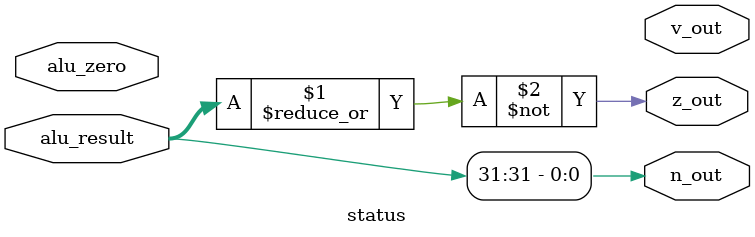
<source format=v>
module status(n_out, z_out, v_out, alu_zero, alu_result);
input [31:0] alu_result;
input alu_zero;
output n_out, z_out, v_out;

assign z_out = ~(|alu_result);
assign n_out = alu_result[31];


//v_out oluştur
endmodule
</source>
